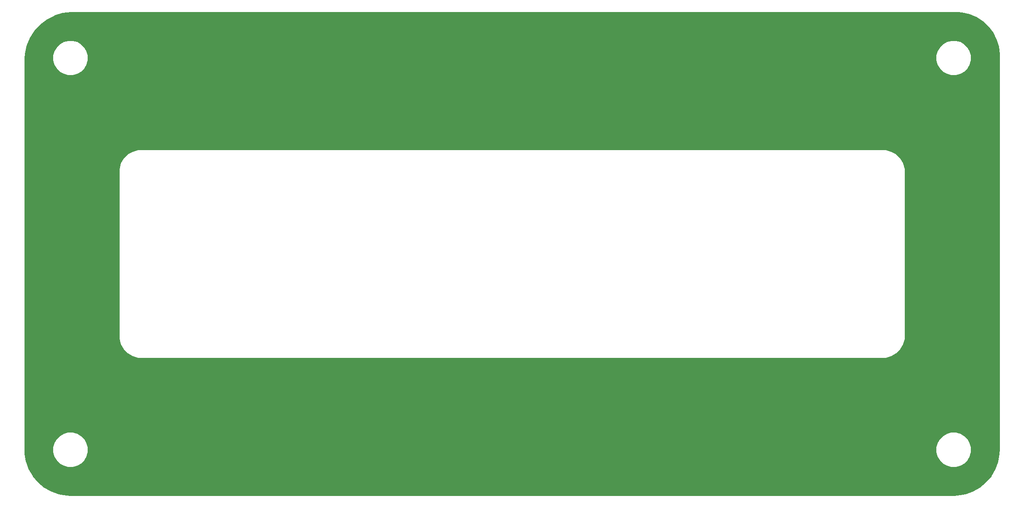
<source format=gbl>
G04 EAGLE Gerber RS-274X export*
G75*
%MOMM*%
%FSLAX34Y34*%
%LPD*%
%INBottom Copper*%
%IPPOS*%
%AMOC8*
5,1,8,0,0,1.08239X$1,22.5*%
G01*
%ADD10C,0.655600*%

G36*
X900023Y-493996D02*
X900023Y-493996D01*
X900044Y-493998D01*
X908149Y-493644D01*
X908219Y-493631D01*
X908279Y-493630D01*
X924244Y-490815D01*
X924336Y-490785D01*
X924412Y-490770D01*
X939645Y-485226D01*
X939731Y-485180D01*
X939803Y-485152D01*
X953842Y-477047D01*
X953918Y-476987D01*
X953985Y-476947D01*
X966403Y-466526D01*
X966468Y-466454D01*
X966526Y-466403D01*
X976947Y-453985D01*
X976998Y-453903D01*
X977047Y-453842D01*
X985152Y-439803D01*
X985188Y-439713D01*
X985226Y-439645D01*
X990770Y-424412D01*
X990790Y-424317D01*
X990815Y-424244D01*
X993630Y-408279D01*
X993632Y-408229D01*
X993635Y-408218D01*
X993636Y-408193D01*
X993644Y-408149D01*
X993998Y-400044D01*
X993996Y-400021D01*
X993999Y-400000D01*
X993999Y398798D01*
X993997Y398813D01*
X993999Y398828D01*
X993983Y398915D01*
X993959Y399077D01*
X993947Y399105D01*
X993945Y399118D01*
X993998Y400131D01*
X993995Y400159D01*
X993999Y400184D01*
X993999Y401278D01*
X994013Y401330D01*
X994011Y401383D01*
X994019Y401430D01*
X994078Y408047D01*
X994068Y408117D01*
X994070Y408178D01*
X992202Y423426D01*
X992198Y423438D01*
X992198Y423440D01*
X992176Y423520D01*
X992165Y423596D01*
X987677Y438288D01*
X987636Y438376D01*
X987612Y438450D01*
X980641Y452139D01*
X980585Y452219D01*
X980548Y452287D01*
X971306Y464558D01*
X971237Y464626D01*
X971189Y464688D01*
X959956Y475167D01*
X959877Y475223D01*
X959819Y475274D01*
X946937Y483644D01*
X946849Y483685D01*
X946783Y483726D01*
X932643Y489732D01*
X932550Y489757D01*
X932478Y489786D01*
X917510Y493245D01*
X917439Y493251D01*
X917381Y493266D01*
X909828Y493995D01*
X909777Y493992D01*
X909732Y493999D01*
X-888780Y493999D01*
X-888798Y493997D01*
X-888815Y493999D01*
X-888904Y493982D01*
X-889059Y493959D01*
X-889083Y493949D01*
X-890119Y493998D01*
X-890144Y493996D01*
X-890166Y493999D01*
X-891288Y493999D01*
X-891312Y494005D01*
X-891369Y494004D01*
X-891418Y494012D01*
X-898889Y494041D01*
X-898959Y494031D01*
X-899019Y494033D01*
X-915985Y491868D01*
X-916078Y491842D01*
X-916155Y491831D01*
X-932487Y486752D01*
X-932574Y486710D01*
X-932648Y486686D01*
X-947850Y478848D01*
X-947929Y478792D01*
X-947997Y478755D01*
X-961607Y468397D01*
X-961675Y468329D01*
X-961736Y468280D01*
X-973341Y455716D01*
X-973396Y455636D01*
X-973447Y455578D01*
X-982694Y441190D01*
X-982734Y441102D01*
X-982775Y441036D01*
X-989382Y425260D01*
X-989407Y425167D01*
X-989435Y425094D01*
X-993203Y408411D01*
X-993209Y408341D01*
X-993223Y408282D01*
X-993995Y399845D01*
X-993993Y399796D01*
X-993999Y399754D01*
X-993999Y-400000D01*
X-993996Y-400023D01*
X-993998Y-400044D01*
X-993644Y-408149D01*
X-993639Y-408179D01*
X-993639Y-408192D01*
X-993631Y-408219D01*
X-993630Y-408279D01*
X-990815Y-424244D01*
X-990785Y-424336D01*
X-990770Y-424412D01*
X-985226Y-439645D01*
X-985180Y-439731D01*
X-985152Y-439803D01*
X-977047Y-453842D01*
X-976987Y-453918D01*
X-976947Y-453985D01*
X-966526Y-466403D01*
X-966454Y-466468D01*
X-966403Y-466526D01*
X-953985Y-476947D01*
X-953903Y-476998D01*
X-953842Y-477047D01*
X-939803Y-485152D01*
X-939713Y-485188D01*
X-939645Y-485226D01*
X-924412Y-490770D01*
X-924317Y-490790D01*
X-924244Y-490815D01*
X-908279Y-493630D01*
X-908208Y-493632D01*
X-908149Y-493644D01*
X-900044Y-493998D01*
X-900021Y-493996D01*
X-900000Y-493999D01*
X900000Y-493999D01*
X900023Y-493996D01*
G37*
%LPC*%
G36*
X-761359Y-212001D02*
X-761359Y-212001D01*
X-772677Y-208968D01*
X-782824Y-203109D01*
X-791109Y-194824D01*
X-796968Y-184677D01*
X-800001Y-173359D01*
X-800001Y173359D01*
X-796968Y184677D01*
X-791109Y194824D01*
X-782824Y203109D01*
X-772677Y208968D01*
X-761359Y212001D01*
X761359Y212001D01*
X772677Y208968D01*
X782824Y203109D01*
X791109Y194824D01*
X796968Y184677D01*
X800001Y173359D01*
X800001Y-173359D01*
X796968Y-184677D01*
X791109Y-194824D01*
X782824Y-203109D01*
X772677Y-208968D01*
X761359Y-212001D01*
X-761359Y-212001D01*
G37*
%LPD*%
%LPC*%
G36*
X895392Y364999D02*
X895392Y364999D01*
X886490Y367384D01*
X878509Y371992D01*
X871992Y378509D01*
X867384Y386490D01*
X864999Y395392D01*
X864999Y404608D01*
X867384Y413510D01*
X871992Y421491D01*
X878509Y428008D01*
X886490Y432616D01*
X895392Y435001D01*
X904608Y435001D01*
X913510Y432616D01*
X921491Y428008D01*
X928008Y421491D01*
X932616Y413510D01*
X935001Y404608D01*
X935001Y395392D01*
X932616Y386490D01*
X928008Y378509D01*
X921491Y371992D01*
X913510Y367384D01*
X904608Y364999D01*
X895392Y364999D01*
G37*
%LPD*%
%LPC*%
G36*
X-904608Y364999D02*
X-904608Y364999D01*
X-913510Y367384D01*
X-921491Y371992D01*
X-928008Y378509D01*
X-932616Y386490D01*
X-935001Y395392D01*
X-935001Y404608D01*
X-932616Y413510D01*
X-928008Y421491D01*
X-921491Y428008D01*
X-913510Y432616D01*
X-904608Y435001D01*
X-895392Y435001D01*
X-886490Y432616D01*
X-878509Y428008D01*
X-871992Y421491D01*
X-867384Y413510D01*
X-864999Y404608D01*
X-864999Y395392D01*
X-867384Y386490D01*
X-871992Y378509D01*
X-878509Y371992D01*
X-886490Y367384D01*
X-895392Y364999D01*
X-904608Y364999D01*
G37*
%LPD*%
%LPC*%
G36*
X895392Y-435001D02*
X895392Y-435001D01*
X886490Y-432616D01*
X878509Y-428008D01*
X871992Y-421491D01*
X867384Y-413510D01*
X864999Y-404608D01*
X864999Y-395392D01*
X867384Y-386490D01*
X871992Y-378509D01*
X878509Y-371992D01*
X886490Y-367384D01*
X895392Y-364999D01*
X904608Y-364999D01*
X913510Y-367384D01*
X921491Y-371992D01*
X928008Y-378509D01*
X932616Y-386490D01*
X935001Y-395392D01*
X935001Y-404608D01*
X932616Y-413510D01*
X928008Y-421491D01*
X921491Y-428008D01*
X913510Y-432616D01*
X904608Y-435001D01*
X895392Y-435001D01*
G37*
%LPD*%
%LPC*%
G36*
X-904608Y-435001D02*
X-904608Y-435001D01*
X-913510Y-432616D01*
X-921491Y-428008D01*
X-928008Y-421491D01*
X-932616Y-413510D01*
X-935001Y-404608D01*
X-935001Y-395392D01*
X-932616Y-386490D01*
X-928008Y-378509D01*
X-921491Y-371992D01*
X-913510Y-367384D01*
X-904608Y-364999D01*
X-895392Y-364999D01*
X-886490Y-367384D01*
X-878509Y-371992D01*
X-871992Y-378509D01*
X-867384Y-386490D01*
X-864999Y-395392D01*
X-864999Y-404608D01*
X-867384Y-413510D01*
X-871992Y-421491D01*
X-878509Y-428008D01*
X-886490Y-432616D01*
X-895392Y-435001D01*
X-904608Y-435001D01*
G37*
%LPD*%
D10*
X0Y-400000D03*
M02*

</source>
